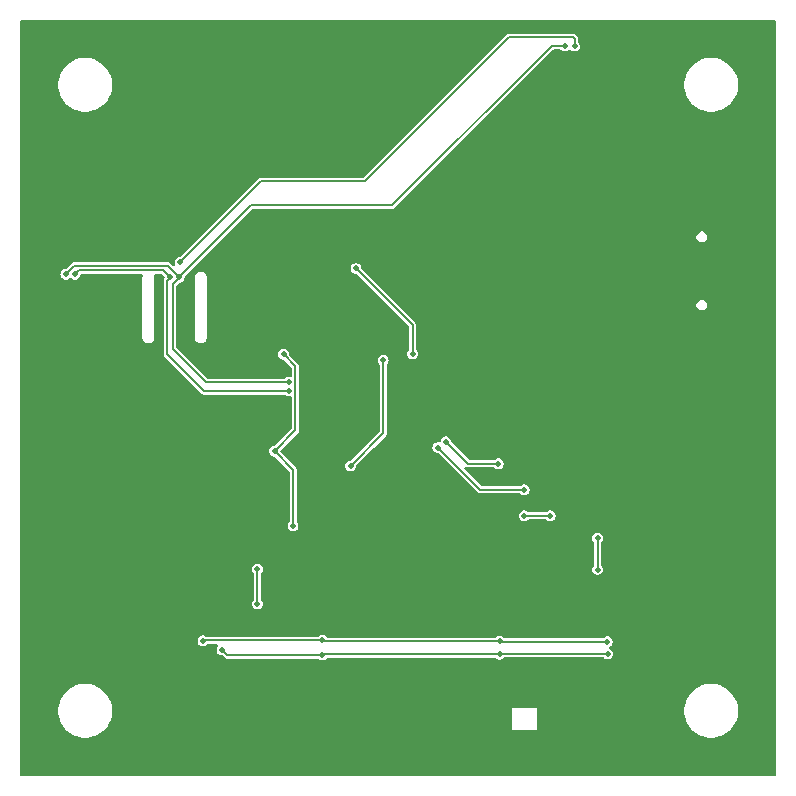
<source format=gbr>
%TF.GenerationSoftware,KiCad,Pcbnew,8.0.4*%
%TF.CreationDate,2024-10-29T22:25:36-05:00*%
%TF.ProjectId,flight-computer-lite,666c6967-6874-42d6-936f-6d7075746572,rev?*%
%TF.SameCoordinates,PX1312d00PY1312d00*%
%TF.FileFunction,Copper,L2,Bot*%
%TF.FilePolarity,Positive*%
%FSLAX46Y46*%
G04 Gerber Fmt 4.6, Leading zero omitted, Abs format (unit mm)*
G04 Created by KiCad (PCBNEW 8.0.4) date 2024-10-29 22:25:36*
%MOMM*%
%LPD*%
G01*
G04 APERTURE LIST*
%TA.AperFunction,ViaPad*%
%ADD10C,0.508000*%
%TD*%
%TA.AperFunction,Conductor*%
%ADD11C,0.200000*%
%TD*%
G04 APERTURE END LIST*
D10*
%TO.N,/DAT0{slash}MISO*%
X43181000Y-42480000D03*
X45381000Y-42480000D03*
%TO.N,/SD_CLK*%
X43181000Y-40280000D03*
X35869418Y-36700000D03*
%TO.N,/CMD{slash}MOSI*%
X36550000Y-36200000D03*
X40981000Y-38080000D03*
%TO.N,/I2C Bus 2/I2C_2_SCL*%
X15986000Y-53059500D03*
X26096000Y-53027000D03*
X50212500Y-53145500D03*
X41101000Y-53102000D03*
%TO.N,/I2C Bus 2/I2C_2_SDA*%
X20592000Y-49913814D03*
X41101000Y-54202000D03*
X26096000Y-54277000D03*
X17585500Y-53809000D03*
X50237500Y-54158000D03*
X20592000Y-46993814D03*
%TO.N,/I2C Bus 1/I2C_1_SDA*%
X23257500Y-31175000D03*
X46640000Y-2700000D03*
X4375000Y-22040000D03*
X13960000Y-22300000D03*
%TO.N,/I2C Bus 1/I2C_1_SCL*%
X23257500Y-31925000D03*
X5125000Y-22040000D03*
X14050000Y-21000000D03*
X47440401Y-2709599D03*
X13210000Y-22300000D03*
%TO.N,+3V3*%
X22808000Y-28800000D03*
X23607000Y-43335000D03*
X49400000Y-47030000D03*
X49400000Y-44380000D03*
X33733000Y-28750000D03*
X28932500Y-21540000D03*
X22052000Y-37010000D03*
%TO.N,GND*%
X8950000Y-26725000D03*
X8000000Y-26725000D03*
X8950000Y-25975000D03*
X29250500Y-6725500D03*
X20012000Y-12719000D03*
X26672400Y-35521000D03*
X26672400Y-31279000D03*
X30066000Y-32127400D03*
X8000000Y-25975000D03*
X25824000Y-32127400D03*
X25101000Y-58677000D03*
X62700000Y-46730000D03*
X30000500Y-6725500D03*
X27520800Y-35521000D03*
X20012000Y-11969000D03*
X30571500Y-43099500D03*
X18061000Y-57657000D03*
X63150000Y-30580000D03*
X29903750Y-35396250D03*
X37801000Y-58602000D03*
X37801000Y-60802000D03*
X34701000Y-45404000D03*
X54990000Y-26200000D03*
X20012000Y-2361500D03*
X50490000Y-6968000D03*
X25824000Y-32975800D03*
X30000500Y-8425500D03*
X44687000Y-52163000D03*
X46700000Y-41380000D03*
X14735000Y-27400000D03*
X20058000Y-34750000D03*
X19062000Y-2361500D03*
X52350000Y-44220000D03*
X53440000Y-17150000D03*
X28369200Y-35521000D03*
X20762000Y-11969000D03*
X13065000Y-42300000D03*
X20762000Y-2361500D03*
X29250500Y-8425500D03*
X54990000Y-17175000D03*
X13985000Y-28150000D03*
X13985000Y-27400000D03*
X29250500Y-9175500D03*
X17540000Y-33000000D03*
X7250000Y-26725000D03*
X20058000Y-30025000D03*
X31601000Y-52002000D03*
X32782500Y-28275000D03*
X5340000Y-41775000D03*
X30066000Y-33824200D03*
X9700000Y-26725000D03*
X21021000Y-56252000D03*
X13065000Y-46425000D03*
X53765000Y-18350000D03*
X29217600Y-35400000D03*
X29250500Y-7475500D03*
X25101000Y-60377000D03*
X25824000Y-33824200D03*
X43151000Y-62452000D03*
X25824000Y-31279000D03*
X28932500Y-19990000D03*
X30000500Y-9175500D03*
X43151000Y-56952000D03*
X25824000Y-35521000D03*
X9700000Y-25975000D03*
X46700000Y-34330000D03*
X46387000Y-52163000D03*
X30066000Y-31279000D03*
X35708000Y-31675000D03*
X35708000Y-29975000D03*
X17364238Y-37314238D03*
X26482500Y-23990000D03*
X20762000Y-12719000D03*
X27520800Y-31279000D03*
X12411000Y-53682000D03*
X18312000Y-2361500D03*
X28369200Y-31279000D03*
X14735000Y-28150000D03*
X29217600Y-31279000D03*
X48840000Y-11625000D03*
X30000500Y-7475500D03*
X35651000Y-46404000D03*
X33751000Y-46404000D03*
X25824000Y-34672600D03*
X48790000Y-6968000D03*
X29111500Y-43099500D03*
X7250000Y-25975000D03*
X29950000Y-34672600D03*
X27557000Y-43335000D03*
X30066000Y-32975800D03*
X35958000Y-34375000D03*
X50282500Y-51733000D03*
X46700000Y-44530000D03*
X53765000Y-25050000D03*
%TO.N,+1V1*%
X28482500Y-38260500D03*
X31232500Y-29312500D03*
%TD*%
D11*
%TO.N,/DAT0{slash}MISO*%
X43181000Y-42480000D02*
X45381000Y-42480000D01*
%TO.N,/SD_CLK*%
X39449418Y-40280000D02*
X43181000Y-40280000D01*
X35869418Y-36700000D02*
X39449418Y-40280000D01*
%TO.N,/CMD{slash}MOSI*%
X36550000Y-36200000D02*
X38430000Y-38080000D01*
X38430000Y-38080000D02*
X40981000Y-38080000D01*
%TO.N,/I2C Bus 2/I2C_2_SCL*%
X41144500Y-53145500D02*
X41101000Y-53102000D01*
X26171000Y-53102000D02*
X26096000Y-53027000D01*
X16018500Y-53027000D02*
X15986000Y-53059500D01*
X50212500Y-53145500D02*
X41144500Y-53145500D01*
X26096000Y-53027000D02*
X16018500Y-53027000D01*
X41101000Y-53102000D02*
X26171000Y-53102000D01*
%TO.N,/I2C Bus 2/I2C_2_SDA*%
X50237500Y-54158000D02*
X41145000Y-54158000D01*
X41145000Y-54158000D02*
X41101000Y-54202000D01*
X26171000Y-54202000D02*
X26096000Y-54277000D01*
X20592000Y-46993814D02*
X20592000Y-49913814D01*
X26096000Y-54277000D02*
X18053500Y-54277000D01*
X18053500Y-54277000D02*
X17585500Y-53809000D01*
X41101000Y-54202000D02*
X26171000Y-54202000D01*
%TO.N,/I2C Bus 1/I2C_1_SDA*%
X13960000Y-22300000D02*
X13960000Y-22266525D01*
X45500000Y-2700000D02*
X32000000Y-16200000D01*
X5060000Y-21310000D02*
X4375000Y-21995000D01*
X4375000Y-22040000D02*
X4375000Y-21995000D01*
X13960000Y-22300000D02*
X13960000Y-22333475D01*
X13960000Y-22266525D02*
X13003475Y-21310000D01*
X32000000Y-16200000D02*
X20060000Y-16200000D01*
X13003475Y-21310000D02*
X5060000Y-21310000D01*
X13431000Y-28379475D02*
X16226525Y-31175000D01*
X20060000Y-16200000D02*
X13960000Y-22300000D01*
X16226525Y-31175000D02*
X23257500Y-31175000D01*
X46640000Y-2700000D02*
X45500000Y-2700000D01*
X13960000Y-22333475D02*
X13431000Y-22862475D01*
X13431000Y-22862475D02*
X13431000Y-28379475D01*
%TO.N,/I2C Bus 1/I2C_1_SCL*%
X13220000Y-22310000D02*
X12950000Y-22580000D01*
X12620000Y-21710000D02*
X5455000Y-21710000D01*
X47440401Y-2090401D02*
X47300000Y-1950000D01*
X29675000Y-14175000D02*
X20875000Y-14175000D01*
X12950000Y-28790000D02*
X16085000Y-31925000D01*
X12950000Y-22580000D02*
X12950000Y-28790000D01*
X5125000Y-22040000D02*
X5125000Y-22073475D01*
X47300000Y-1950000D02*
X41900000Y-1950000D01*
X5455000Y-21710000D02*
X5125000Y-22040000D01*
X13210000Y-22300000D02*
X13220000Y-22310000D01*
X41900000Y-1950000D02*
X29675000Y-14175000D01*
X47440401Y-2709599D02*
X47440401Y-2090401D01*
X20875000Y-14175000D02*
X14050000Y-21000000D01*
X13210000Y-22300000D02*
X12620000Y-21710000D01*
X16085000Y-31925000D02*
X23257500Y-31925000D01*
%TO.N,+3V3*%
X49400000Y-47030000D02*
X49400000Y-44380000D01*
X22052000Y-37010000D02*
X23607000Y-38565000D01*
X33733000Y-26340500D02*
X33733000Y-28750000D01*
X23811500Y-35250500D02*
X22052000Y-37010000D01*
X23811500Y-29803500D02*
X23811500Y-35250500D01*
X22808000Y-28800000D02*
X23811500Y-29803500D01*
X23607000Y-38565000D02*
X23607000Y-43335000D01*
X28932500Y-21540000D02*
X33733000Y-26340500D01*
%TO.N,+1V1*%
X31232500Y-35510500D02*
X31232500Y-29312500D01*
X28482500Y-38260500D02*
X31232500Y-35510500D01*
%TD*%
%TA.AperFunction,Conductor*%
%TO.N,GND*%
G36*
X64442539Y-520185D02*
G01*
X64488294Y-572989D01*
X64499500Y-624500D01*
X64499500Y-64375500D01*
X64479815Y-64442539D01*
X64427011Y-64488294D01*
X64375500Y-64499500D01*
X624500Y-64499500D01*
X557461Y-64479815D01*
X511706Y-64427011D01*
X500500Y-64375500D01*
X500500Y-58850724D01*
X3722500Y-58850724D01*
X3722500Y-59149275D01*
X3761467Y-59445268D01*
X3838740Y-59733653D01*
X3952987Y-60009470D01*
X3952992Y-60009481D01*
X4102260Y-60268018D01*
X4102271Y-60268034D01*
X4284009Y-60504880D01*
X4284015Y-60504887D01*
X4495112Y-60715984D01*
X4495118Y-60715989D01*
X4731974Y-60897735D01*
X4731981Y-60897739D01*
X4990518Y-61047007D01*
X4990523Y-61047009D01*
X4990526Y-61047011D01*
X5266351Y-61161261D01*
X5554728Y-61238532D01*
X5776725Y-61267758D01*
X5850724Y-61277500D01*
X5850725Y-61277500D01*
X6149276Y-61277500D01*
X6208474Y-61269706D01*
X6445272Y-61238532D01*
X6733649Y-61161261D01*
X7009474Y-61047011D01*
X7268026Y-60897735D01*
X7504882Y-60715989D01*
X7568871Y-60652000D01*
X42161000Y-60652000D01*
X44251000Y-60652000D01*
X44251000Y-58850724D01*
X56722500Y-58850724D01*
X56722500Y-59149275D01*
X56761467Y-59445268D01*
X56838740Y-59733653D01*
X56952987Y-60009470D01*
X56952992Y-60009481D01*
X57102260Y-60268018D01*
X57102271Y-60268034D01*
X57284009Y-60504880D01*
X57284015Y-60504887D01*
X57495112Y-60715984D01*
X57495118Y-60715989D01*
X57731974Y-60897735D01*
X57731981Y-60897739D01*
X57990518Y-61047007D01*
X57990523Y-61047009D01*
X57990526Y-61047011D01*
X58266351Y-61161261D01*
X58554728Y-61238532D01*
X58776725Y-61267758D01*
X58850724Y-61277500D01*
X58850725Y-61277500D01*
X59149276Y-61277500D01*
X59208474Y-61269706D01*
X59445272Y-61238532D01*
X59733649Y-61161261D01*
X60009474Y-61047011D01*
X60268026Y-60897735D01*
X60504882Y-60715989D01*
X60715989Y-60504882D01*
X60897735Y-60268026D01*
X61047011Y-60009474D01*
X61161261Y-59733649D01*
X61238532Y-59445272D01*
X61277500Y-59149275D01*
X61277500Y-58850725D01*
X61238532Y-58554728D01*
X61161261Y-58266351D01*
X61047011Y-57990526D01*
X61047009Y-57990523D01*
X61047007Y-57990518D01*
X60897739Y-57731981D01*
X60897735Y-57731974D01*
X60715989Y-57495118D01*
X60715984Y-57495112D01*
X60504887Y-57284015D01*
X60504880Y-57284009D01*
X60268034Y-57102271D01*
X60268032Y-57102269D01*
X60268026Y-57102265D01*
X60268021Y-57102262D01*
X60268018Y-57102260D01*
X60009481Y-56952992D01*
X60009470Y-56952987D01*
X59733653Y-56838740D01*
X59445268Y-56761467D01*
X59149276Y-56722500D01*
X59149275Y-56722500D01*
X58850725Y-56722500D01*
X58850724Y-56722500D01*
X58554731Y-56761467D01*
X58266346Y-56838740D01*
X57990529Y-56952987D01*
X57990518Y-56952992D01*
X57731981Y-57102260D01*
X57731965Y-57102271D01*
X57495119Y-57284009D01*
X57495112Y-57284015D01*
X57284015Y-57495112D01*
X57284009Y-57495119D01*
X57102271Y-57731965D01*
X57102260Y-57731981D01*
X56952992Y-57990518D01*
X56952987Y-57990529D01*
X56838740Y-58266346D01*
X56761467Y-58554731D01*
X56722500Y-58850724D01*
X44251000Y-58850724D01*
X44251000Y-58752000D01*
X42161000Y-58752000D01*
X42161000Y-60652000D01*
X7568871Y-60652000D01*
X7715989Y-60504882D01*
X7897735Y-60268026D01*
X8047011Y-60009474D01*
X8161261Y-59733649D01*
X8238532Y-59445272D01*
X8277500Y-59149275D01*
X8277500Y-58850725D01*
X8238532Y-58554728D01*
X8161261Y-58266351D01*
X8047011Y-57990526D01*
X8047009Y-57990523D01*
X8047007Y-57990518D01*
X7897739Y-57731981D01*
X7897735Y-57731974D01*
X7715989Y-57495118D01*
X7715984Y-57495112D01*
X7504887Y-57284015D01*
X7504880Y-57284009D01*
X7268034Y-57102271D01*
X7268032Y-57102269D01*
X7268026Y-57102265D01*
X7268021Y-57102262D01*
X7268018Y-57102260D01*
X7009481Y-56952992D01*
X7009470Y-56952987D01*
X6733653Y-56838740D01*
X6445268Y-56761467D01*
X6149276Y-56722500D01*
X6149275Y-56722500D01*
X5850725Y-56722500D01*
X5850724Y-56722500D01*
X5554731Y-56761467D01*
X5266346Y-56838740D01*
X4990529Y-56952987D01*
X4990518Y-56952992D01*
X4731981Y-57102260D01*
X4731965Y-57102271D01*
X4495119Y-57284009D01*
X4495112Y-57284015D01*
X4284015Y-57495112D01*
X4284009Y-57495119D01*
X4102271Y-57731965D01*
X4102260Y-57731981D01*
X3952992Y-57990518D01*
X3952987Y-57990529D01*
X3838740Y-58266346D01*
X3761467Y-58554731D01*
X3722500Y-58850724D01*
X500500Y-58850724D01*
X500500Y-53059500D01*
X15526826Y-53059500D01*
X15545425Y-53188862D01*
X15545426Y-53188867D01*
X15599717Y-53307746D01*
X15599718Y-53307748D01*
X15685305Y-53406521D01*
X15795252Y-53477179D01*
X15795254Y-53477179D01*
X15795255Y-53477180D01*
X15920652Y-53514000D01*
X15920653Y-53514000D01*
X16051347Y-53514000D01*
X16176748Y-53477179D01*
X16286695Y-53406521D01*
X16318083Y-53370296D01*
X16376862Y-53332523D01*
X16411796Y-53327500D01*
X17129810Y-53327500D01*
X17196849Y-53347185D01*
X17242604Y-53399989D01*
X17252548Y-53469147D01*
X17223523Y-53532701D01*
X17213833Y-53543884D01*
X17199219Y-53560750D01*
X17199217Y-53560753D01*
X17144926Y-53679632D01*
X17144925Y-53679637D01*
X17126326Y-53809000D01*
X17144925Y-53938362D01*
X17144926Y-53938367D01*
X17186151Y-54028636D01*
X17199218Y-54057248D01*
X17284805Y-54156021D01*
X17394752Y-54226679D01*
X17394754Y-54226679D01*
X17394755Y-54226680D01*
X17520152Y-54263500D01*
X17520153Y-54263500D01*
X17563667Y-54263500D01*
X17630706Y-54283185D01*
X17651348Y-54299819D01*
X17813040Y-54461511D01*
X17868989Y-54517460D01*
X17868991Y-54517461D01*
X17868995Y-54517464D01*
X17937504Y-54557017D01*
X17937511Y-54557021D01*
X18013938Y-54577500D01*
X18093062Y-54577500D01*
X25698365Y-54577500D01*
X25765404Y-54597185D01*
X25792078Y-54620298D01*
X25795300Y-54624016D01*
X25795302Y-54624017D01*
X25795305Y-54624021D01*
X25905252Y-54694679D01*
X25905254Y-54694679D01*
X25905255Y-54694680D01*
X26030652Y-54731500D01*
X26030653Y-54731500D01*
X26161347Y-54731500D01*
X26286748Y-54694679D01*
X26396695Y-54624021D01*
X26464910Y-54545296D01*
X26523687Y-54507523D01*
X26558622Y-54502500D01*
X40703365Y-54502500D01*
X40770404Y-54522185D01*
X40797078Y-54545298D01*
X40800300Y-54549016D01*
X40800302Y-54549017D01*
X40800305Y-54549021D01*
X40910252Y-54619679D01*
X40910254Y-54619679D01*
X40910255Y-54619680D01*
X41035652Y-54656500D01*
X41035653Y-54656500D01*
X41166347Y-54656500D01*
X41291748Y-54619679D01*
X41401695Y-54549021D01*
X41418657Y-54529445D01*
X41443049Y-54501297D01*
X41501827Y-54463523D01*
X41536761Y-54458500D01*
X49839865Y-54458500D01*
X49906904Y-54478185D01*
X49933578Y-54501298D01*
X49936800Y-54505016D01*
X49936802Y-54505017D01*
X49936805Y-54505021D01*
X50046752Y-54575679D01*
X50046754Y-54575679D01*
X50046755Y-54575680D01*
X50172152Y-54612500D01*
X50172153Y-54612500D01*
X50302847Y-54612500D01*
X50428248Y-54575679D01*
X50538195Y-54505021D01*
X50623782Y-54406248D01*
X50678074Y-54287364D01*
X50696674Y-54158000D01*
X50678074Y-54028636D01*
X50678073Y-54028635D01*
X50678073Y-54028632D01*
X50636850Y-53938367D01*
X50623782Y-53909752D01*
X50538195Y-53810979D01*
X50440245Y-53748031D01*
X50394491Y-53695228D01*
X50384547Y-53626070D01*
X50413572Y-53562514D01*
X50440240Y-53539405D01*
X50513195Y-53492521D01*
X50598782Y-53393748D01*
X50653074Y-53274864D01*
X50671674Y-53145500D01*
X50653074Y-53016136D01*
X50653073Y-53016135D01*
X50653073Y-53016132D01*
X50598782Y-52897253D01*
X50598782Y-52897252D01*
X50513195Y-52798479D01*
X50403248Y-52727821D01*
X50403246Y-52727820D01*
X50403244Y-52727819D01*
X50277848Y-52691000D01*
X50277847Y-52691000D01*
X50147153Y-52691000D01*
X50147152Y-52691000D01*
X50021755Y-52727819D01*
X49911805Y-52798479D01*
X49911800Y-52798483D01*
X49908578Y-52802202D01*
X49849800Y-52839977D01*
X49814865Y-52845000D01*
X41536327Y-52845000D01*
X41469288Y-52825315D01*
X41442614Y-52802203D01*
X41401695Y-52754979D01*
X41291748Y-52684321D01*
X41291746Y-52684320D01*
X41291744Y-52684319D01*
X41166348Y-52647500D01*
X41166347Y-52647500D01*
X41035653Y-52647500D01*
X41035652Y-52647500D01*
X40910255Y-52684319D01*
X40800305Y-52754979D01*
X40800300Y-52754983D01*
X40797078Y-52758702D01*
X40738300Y-52796477D01*
X40703365Y-52801500D01*
X26558622Y-52801500D01*
X26491583Y-52781815D01*
X26464911Y-52758704D01*
X26396695Y-52679979D01*
X26286748Y-52609321D01*
X26286746Y-52609320D01*
X26286744Y-52609319D01*
X26161348Y-52572500D01*
X26161347Y-52572500D01*
X26030653Y-52572500D01*
X26030652Y-52572500D01*
X25905255Y-52609319D01*
X25795305Y-52679979D01*
X25795300Y-52679983D01*
X25792078Y-52683702D01*
X25733300Y-52721477D01*
X25698365Y-52726500D01*
X16344922Y-52726500D01*
X16277883Y-52706816D01*
X16176748Y-52641821D01*
X16176746Y-52641820D01*
X16176744Y-52641819D01*
X16051348Y-52605000D01*
X16051347Y-52605000D01*
X15920653Y-52605000D01*
X15920652Y-52605000D01*
X15795255Y-52641819D01*
X15685306Y-52712478D01*
X15599719Y-52811250D01*
X15599717Y-52811253D01*
X15545426Y-52930132D01*
X15545425Y-52930137D01*
X15526826Y-53059500D01*
X500500Y-53059500D01*
X500500Y-46993814D01*
X20132826Y-46993814D01*
X20151425Y-47123176D01*
X20151426Y-47123181D01*
X20205717Y-47242060D01*
X20205718Y-47242062D01*
X20261213Y-47306107D01*
X20290238Y-47369662D01*
X20291500Y-47387309D01*
X20291500Y-49520318D01*
X20271815Y-49587357D01*
X20261213Y-49601520D01*
X20205722Y-49665560D01*
X20205717Y-49665567D01*
X20151426Y-49784446D01*
X20151425Y-49784451D01*
X20132826Y-49913814D01*
X20151425Y-50043176D01*
X20151426Y-50043181D01*
X20205717Y-50162060D01*
X20205718Y-50162062D01*
X20291305Y-50260835D01*
X20401252Y-50331493D01*
X20401254Y-50331493D01*
X20401255Y-50331494D01*
X20526652Y-50368314D01*
X20526653Y-50368314D01*
X20657347Y-50368314D01*
X20782748Y-50331493D01*
X20892695Y-50260835D01*
X20978282Y-50162062D01*
X21032574Y-50043178D01*
X21051174Y-49913814D01*
X21032574Y-49784450D01*
X21032573Y-49784449D01*
X21032573Y-49784446D01*
X20978282Y-49665567D01*
X20978282Y-49665566D01*
X20978277Y-49665560D01*
X20922787Y-49601520D01*
X20893762Y-49537965D01*
X20892500Y-49520318D01*
X20892500Y-47387309D01*
X20912185Y-47320270D01*
X20922782Y-47306112D01*
X20978282Y-47242062D01*
X21032574Y-47123178D01*
X21051174Y-46993814D01*
X21032574Y-46864450D01*
X21032573Y-46864449D01*
X21032573Y-46864446D01*
X20978282Y-46745567D01*
X20978282Y-46745566D01*
X20892695Y-46646793D01*
X20782748Y-46576135D01*
X20782746Y-46576134D01*
X20782744Y-46576133D01*
X20657348Y-46539314D01*
X20657347Y-46539314D01*
X20526653Y-46539314D01*
X20526652Y-46539314D01*
X20401255Y-46576133D01*
X20291306Y-46646792D01*
X20205719Y-46745564D01*
X20205717Y-46745567D01*
X20151426Y-46864446D01*
X20151425Y-46864451D01*
X20132826Y-46993814D01*
X500500Y-46993814D01*
X500500Y-44380000D01*
X48940826Y-44380000D01*
X48959425Y-44509362D01*
X48959426Y-44509367D01*
X49013717Y-44628246D01*
X49013718Y-44628248D01*
X49069213Y-44692293D01*
X49098238Y-44755848D01*
X49099500Y-44773495D01*
X49099500Y-46636504D01*
X49079815Y-46703543D01*
X49069213Y-46717706D01*
X49013722Y-46781746D01*
X49013717Y-46781753D01*
X48959426Y-46900632D01*
X48959425Y-46900637D01*
X48940826Y-47030000D01*
X48959425Y-47159362D01*
X48959426Y-47159367D01*
X48997193Y-47242063D01*
X49013718Y-47278248D01*
X49099305Y-47377021D01*
X49209252Y-47447679D01*
X49209254Y-47447679D01*
X49209255Y-47447680D01*
X49334652Y-47484500D01*
X49334653Y-47484500D01*
X49465347Y-47484500D01*
X49590748Y-47447679D01*
X49700695Y-47377021D01*
X49786282Y-47278248D01*
X49840574Y-47159364D01*
X49859174Y-47030000D01*
X49840574Y-46900636D01*
X49840573Y-46900635D01*
X49840573Y-46900632D01*
X49786282Y-46781753D01*
X49786282Y-46781752D01*
X49754927Y-46745566D01*
X49730787Y-46717706D01*
X49701762Y-46654151D01*
X49700500Y-46636504D01*
X49700500Y-44773495D01*
X49720185Y-44706456D01*
X49730782Y-44692298D01*
X49786282Y-44628248D01*
X49840574Y-44509364D01*
X49859174Y-44380000D01*
X49840574Y-44250636D01*
X49840573Y-44250635D01*
X49840573Y-44250632D01*
X49786282Y-44131753D01*
X49786282Y-44131752D01*
X49700695Y-44032979D01*
X49590748Y-43962321D01*
X49590746Y-43962320D01*
X49590744Y-43962319D01*
X49465348Y-43925500D01*
X49465347Y-43925500D01*
X49334653Y-43925500D01*
X49334652Y-43925500D01*
X49209255Y-43962319D01*
X49099306Y-44032978D01*
X49013719Y-44131750D01*
X49013717Y-44131753D01*
X48959426Y-44250632D01*
X48959425Y-44250637D01*
X48940826Y-44380000D01*
X500500Y-44380000D01*
X500500Y-22040000D01*
X3915826Y-22040000D01*
X3934425Y-22169362D01*
X3934426Y-22169367D01*
X3980428Y-22270096D01*
X3988718Y-22288248D01*
X4074305Y-22387021D01*
X4184252Y-22457679D01*
X4184254Y-22457679D01*
X4184255Y-22457680D01*
X4309652Y-22494500D01*
X4309653Y-22494500D01*
X4440347Y-22494500D01*
X4565748Y-22457679D01*
X4675695Y-22387021D01*
X4675696Y-22387019D01*
X4682961Y-22382351D01*
X4750001Y-22362667D01*
X4817039Y-22382351D01*
X4824304Y-22387019D01*
X4824305Y-22387021D01*
X4934252Y-22457679D01*
X4934254Y-22457679D01*
X4934255Y-22457680D01*
X5059652Y-22494500D01*
X5059653Y-22494500D01*
X5190347Y-22494500D01*
X5315748Y-22457679D01*
X5425695Y-22387021D01*
X5511282Y-22288248D01*
X5565574Y-22169364D01*
X5573124Y-22116852D01*
X5602149Y-22053297D01*
X5660927Y-22015523D01*
X5695862Y-22010500D01*
X10760495Y-22010500D01*
X10827534Y-22030185D01*
X10873289Y-22082989D01*
X10883233Y-22152147D01*
X10880270Y-22166591D01*
X10879527Y-22169367D01*
X10859500Y-22244108D01*
X10859500Y-27455891D01*
X10893608Y-27583187D01*
X10926554Y-27640250D01*
X10959500Y-27697314D01*
X11052686Y-27790500D01*
X11166814Y-27856392D01*
X11294108Y-27890500D01*
X11294110Y-27890500D01*
X11425890Y-27890500D01*
X11425892Y-27890500D01*
X11553186Y-27856392D01*
X11667314Y-27790500D01*
X11760500Y-27697314D01*
X11826392Y-27583186D01*
X11860500Y-27455892D01*
X11860500Y-22244108D01*
X11839730Y-22166592D01*
X11841393Y-22096743D01*
X11880556Y-22038881D01*
X11944784Y-22011377D01*
X11959505Y-22010500D01*
X12444167Y-22010500D01*
X12511206Y-22030185D01*
X12531848Y-22046819D01*
X12707347Y-22222318D01*
X12740832Y-22283641D01*
X12735848Y-22353333D01*
X12713427Y-22388225D01*
X12714488Y-22389039D01*
X12709539Y-22395488D01*
X12669982Y-22464004D01*
X12669979Y-22464009D01*
X12661809Y-22494500D01*
X12649500Y-22540438D01*
X12649500Y-28829562D01*
X12657120Y-28858000D01*
X12669979Y-28905990D01*
X12669980Y-28905991D01*
X12686446Y-28934511D01*
X12709540Y-28974511D01*
X15900489Y-32165460D01*
X15969012Y-32205022D01*
X16045438Y-32225500D01*
X22859865Y-32225500D01*
X22926904Y-32245185D01*
X22953578Y-32268298D01*
X22956800Y-32272016D01*
X22956802Y-32272017D01*
X22956805Y-32272021D01*
X23066752Y-32342679D01*
X23066754Y-32342679D01*
X23066755Y-32342680D01*
X23192152Y-32379500D01*
X23192153Y-32379500D01*
X23322847Y-32379500D01*
X23352065Y-32370921D01*
X23421935Y-32370921D01*
X23480713Y-32408695D01*
X23509738Y-32472251D01*
X23511000Y-32489898D01*
X23511000Y-35074667D01*
X23491315Y-35141706D01*
X23474681Y-35162348D01*
X22117848Y-36519181D01*
X22056525Y-36552666D01*
X22030167Y-36555500D01*
X21986652Y-36555500D01*
X21861255Y-36592319D01*
X21751306Y-36662978D01*
X21665719Y-36761750D01*
X21665717Y-36761753D01*
X21611426Y-36880632D01*
X21611425Y-36880637D01*
X21592826Y-37010000D01*
X21611425Y-37139362D01*
X21611426Y-37139367D01*
X21634924Y-37190819D01*
X21665718Y-37258248D01*
X21751305Y-37357021D01*
X21861252Y-37427679D01*
X21861254Y-37427679D01*
X21861255Y-37427680D01*
X21986652Y-37464500D01*
X21986653Y-37464500D01*
X22030167Y-37464500D01*
X22097206Y-37484185D01*
X22117848Y-37500819D01*
X23270181Y-38653152D01*
X23303666Y-38714475D01*
X23306500Y-38740833D01*
X23306500Y-42941504D01*
X23286815Y-43008543D01*
X23276213Y-43022706D01*
X23220722Y-43086746D01*
X23220717Y-43086753D01*
X23166426Y-43205632D01*
X23166425Y-43205637D01*
X23147826Y-43335000D01*
X23166425Y-43464362D01*
X23166426Y-43464367D01*
X23220717Y-43583246D01*
X23220718Y-43583248D01*
X23306305Y-43682021D01*
X23416252Y-43752679D01*
X23416254Y-43752679D01*
X23416255Y-43752680D01*
X23541652Y-43789500D01*
X23541653Y-43789500D01*
X23672347Y-43789500D01*
X23797748Y-43752679D01*
X23907695Y-43682021D01*
X23993282Y-43583248D01*
X24047574Y-43464364D01*
X24066174Y-43335000D01*
X24047574Y-43205636D01*
X24047573Y-43205635D01*
X24047573Y-43205632D01*
X23993282Y-43086753D01*
X23993282Y-43086752D01*
X23993277Y-43086746D01*
X23937787Y-43022706D01*
X23908762Y-42959151D01*
X23907500Y-42941504D01*
X23907500Y-42480000D01*
X42721826Y-42480000D01*
X42740425Y-42609362D01*
X42740426Y-42609367D01*
X42794717Y-42728246D01*
X42794718Y-42728248D01*
X42880305Y-42827021D01*
X42990252Y-42897679D01*
X42990254Y-42897679D01*
X42990255Y-42897680D01*
X43115652Y-42934500D01*
X43115653Y-42934500D01*
X43246347Y-42934500D01*
X43371748Y-42897679D01*
X43481695Y-42827021D01*
X43482517Y-42826071D01*
X43484922Y-42823298D01*
X43543700Y-42785523D01*
X43578635Y-42780500D01*
X44983365Y-42780500D01*
X45050404Y-42800185D01*
X45077078Y-42823298D01*
X45080300Y-42827016D01*
X45080302Y-42827017D01*
X45080305Y-42827021D01*
X45190252Y-42897679D01*
X45190254Y-42897679D01*
X45190255Y-42897680D01*
X45315652Y-42934500D01*
X45315653Y-42934500D01*
X45446347Y-42934500D01*
X45571748Y-42897679D01*
X45681695Y-42827021D01*
X45767282Y-42728248D01*
X45821574Y-42609364D01*
X45840174Y-42480000D01*
X45821574Y-42350636D01*
X45821573Y-42350635D01*
X45821573Y-42350632D01*
X45767282Y-42231753D01*
X45767282Y-42231752D01*
X45681695Y-42132979D01*
X45571748Y-42062321D01*
X45571746Y-42062320D01*
X45571744Y-42062319D01*
X45446348Y-42025500D01*
X45446347Y-42025500D01*
X45315653Y-42025500D01*
X45315652Y-42025500D01*
X45190255Y-42062319D01*
X45080305Y-42132979D01*
X45080300Y-42132983D01*
X45077078Y-42136702D01*
X45018300Y-42174477D01*
X44983365Y-42179500D01*
X43578635Y-42179500D01*
X43511596Y-42159815D01*
X43484922Y-42136702D01*
X43481699Y-42132983D01*
X43481697Y-42132981D01*
X43481695Y-42132979D01*
X43371748Y-42062321D01*
X43371746Y-42062320D01*
X43371744Y-42062319D01*
X43246348Y-42025500D01*
X43246347Y-42025500D01*
X43115653Y-42025500D01*
X43115652Y-42025500D01*
X42990255Y-42062319D01*
X42880306Y-42132978D01*
X42794719Y-42231750D01*
X42794717Y-42231753D01*
X42740426Y-42350632D01*
X42740425Y-42350637D01*
X42721826Y-42480000D01*
X23907500Y-42480000D01*
X23907500Y-38525439D01*
X23900062Y-38497680D01*
X23887021Y-38449011D01*
X23872176Y-38423298D01*
X23847464Y-38380495D01*
X23847458Y-38380487D01*
X23727471Y-38260500D01*
X28023326Y-38260500D01*
X28041925Y-38389862D01*
X28041926Y-38389867D01*
X28091163Y-38497679D01*
X28096218Y-38508748D01*
X28181805Y-38607521D01*
X28291752Y-38678179D01*
X28291754Y-38678179D01*
X28291755Y-38678180D01*
X28417152Y-38715000D01*
X28417153Y-38715000D01*
X28547847Y-38715000D01*
X28673248Y-38678179D01*
X28783195Y-38607521D01*
X28868782Y-38508748D01*
X28923074Y-38389864D01*
X28941544Y-38261400D01*
X28970567Y-38197848D01*
X28976586Y-38191383D01*
X30467970Y-36700000D01*
X35410244Y-36700000D01*
X35428843Y-36829362D01*
X35428844Y-36829367D01*
X35452259Y-36880637D01*
X35483136Y-36948248D01*
X35568723Y-37047021D01*
X35678670Y-37117679D01*
X35678672Y-37117679D01*
X35678673Y-37117680D01*
X35804070Y-37154500D01*
X35804071Y-37154500D01*
X35847585Y-37154500D01*
X35914624Y-37174185D01*
X35935266Y-37190819D01*
X39264907Y-40520460D01*
X39333430Y-40560022D01*
X39409856Y-40580500D01*
X39488980Y-40580500D01*
X42783365Y-40580500D01*
X42850404Y-40600185D01*
X42877078Y-40623298D01*
X42880300Y-40627016D01*
X42880302Y-40627017D01*
X42880305Y-40627021D01*
X42990252Y-40697679D01*
X42990254Y-40697679D01*
X42990255Y-40697680D01*
X43115652Y-40734500D01*
X43115653Y-40734500D01*
X43246347Y-40734500D01*
X43371748Y-40697679D01*
X43481695Y-40627021D01*
X43567282Y-40528248D01*
X43621574Y-40409364D01*
X43640174Y-40280000D01*
X43621574Y-40150636D01*
X43621573Y-40150635D01*
X43621573Y-40150632D01*
X43567282Y-40031753D01*
X43567282Y-40031752D01*
X43481695Y-39932979D01*
X43371748Y-39862321D01*
X43371746Y-39862320D01*
X43371744Y-39862319D01*
X43246348Y-39825500D01*
X43246347Y-39825500D01*
X43115653Y-39825500D01*
X43115652Y-39825500D01*
X42990255Y-39862319D01*
X42880305Y-39932979D01*
X42880300Y-39932983D01*
X42877078Y-39936702D01*
X42818300Y-39974477D01*
X42783365Y-39979500D01*
X39625251Y-39979500D01*
X39558212Y-39959815D01*
X39537570Y-39943181D01*
X38129190Y-38534801D01*
X38095705Y-38473478D01*
X38100689Y-38403786D01*
X38142561Y-38347853D01*
X38208025Y-38323436D01*
X38276298Y-38338288D01*
X38278870Y-38339732D01*
X38314011Y-38360021D01*
X38390438Y-38380500D01*
X40583365Y-38380500D01*
X40650404Y-38400185D01*
X40677078Y-38423298D01*
X40680300Y-38427016D01*
X40680302Y-38427017D01*
X40680305Y-38427021D01*
X40790252Y-38497679D01*
X40790254Y-38497679D01*
X40790255Y-38497680D01*
X40915652Y-38534500D01*
X40915653Y-38534500D01*
X41046347Y-38534500D01*
X41171748Y-38497679D01*
X41281695Y-38427021D01*
X41367282Y-38328248D01*
X41421574Y-38209364D01*
X41440174Y-38080000D01*
X41421574Y-37950636D01*
X41421573Y-37950635D01*
X41421573Y-37950632D01*
X41367282Y-37831753D01*
X41367282Y-37831752D01*
X41281695Y-37732979D01*
X41171748Y-37662321D01*
X41171746Y-37662320D01*
X41171744Y-37662319D01*
X41046348Y-37625500D01*
X41046347Y-37625500D01*
X40915653Y-37625500D01*
X40915652Y-37625500D01*
X40790255Y-37662319D01*
X40680305Y-37732979D01*
X40680300Y-37732983D01*
X40677078Y-37736702D01*
X40618300Y-37774477D01*
X40583365Y-37779500D01*
X38605833Y-37779500D01*
X38538794Y-37759815D01*
X38518152Y-37743181D01*
X37044100Y-36269129D01*
X37010615Y-36207806D01*
X37009046Y-36199114D01*
X36990574Y-36070636D01*
X36990573Y-36070635D01*
X36990573Y-36070632D01*
X36936282Y-35951753D01*
X36936282Y-35951752D01*
X36850695Y-35852979D01*
X36740748Y-35782321D01*
X36740746Y-35782320D01*
X36740744Y-35782319D01*
X36615348Y-35745500D01*
X36615347Y-35745500D01*
X36484653Y-35745500D01*
X36484652Y-35745500D01*
X36359255Y-35782319D01*
X36249306Y-35852978D01*
X36163719Y-35951750D01*
X36163717Y-35951753D01*
X36109426Y-36070632D01*
X36109425Y-36070636D01*
X36098593Y-36145978D01*
X36069567Y-36209533D01*
X36010789Y-36247307D01*
X35940920Y-36247307D01*
X35934766Y-36245500D01*
X35934765Y-36245500D01*
X35804071Y-36245500D01*
X35804070Y-36245500D01*
X35678673Y-36282319D01*
X35568724Y-36352978D01*
X35483137Y-36451750D01*
X35483135Y-36451753D01*
X35428844Y-36570632D01*
X35428843Y-36570637D01*
X35410244Y-36700000D01*
X30467970Y-36700000D01*
X31472960Y-35695011D01*
X31512521Y-35626489D01*
X31533000Y-35550062D01*
X31533000Y-29705995D01*
X31552685Y-29638956D01*
X31563282Y-29624798D01*
X31618782Y-29560748D01*
X31673074Y-29441864D01*
X31691674Y-29312500D01*
X31673074Y-29183136D01*
X31673073Y-29183135D01*
X31673073Y-29183132D01*
X31618782Y-29064253D01*
X31618782Y-29064252D01*
X31533195Y-28965479D01*
X31423248Y-28894821D01*
X31423246Y-28894820D01*
X31423244Y-28894819D01*
X31297848Y-28858000D01*
X31297847Y-28858000D01*
X31167153Y-28858000D01*
X31167152Y-28858000D01*
X31041755Y-28894819D01*
X30931806Y-28965478D01*
X30846219Y-29064250D01*
X30846217Y-29064253D01*
X30791926Y-29183132D01*
X30791925Y-29183137D01*
X30773326Y-29312500D01*
X30791925Y-29441862D01*
X30791926Y-29441867D01*
X30846217Y-29560746D01*
X30846218Y-29560748D01*
X30901713Y-29624793D01*
X30930738Y-29688348D01*
X30932000Y-29705995D01*
X30932000Y-35334667D01*
X30912315Y-35401706D01*
X30895681Y-35422348D01*
X28548348Y-37769681D01*
X28487025Y-37803166D01*
X28460667Y-37806000D01*
X28417152Y-37806000D01*
X28291755Y-37842819D01*
X28181806Y-37913478D01*
X28096219Y-38012250D01*
X28096217Y-38012253D01*
X28041926Y-38131132D01*
X28041925Y-38131137D01*
X28023326Y-38260500D01*
X23727471Y-38260500D01*
X22564651Y-37097680D01*
X22531166Y-37036357D01*
X22536150Y-36966665D01*
X22564649Y-36922320D01*
X24051960Y-35435011D01*
X24091522Y-35366488D01*
X24112000Y-35290062D01*
X24112000Y-35210938D01*
X24112000Y-29763938D01*
X24091521Y-29687511D01*
X24063488Y-29638956D01*
X24051964Y-29618995D01*
X24051958Y-29618987D01*
X23302100Y-28869129D01*
X23268615Y-28807806D01*
X23267046Y-28799114D01*
X23248574Y-28670636D01*
X23248573Y-28670635D01*
X23248573Y-28670632D01*
X23194282Y-28551753D01*
X23194282Y-28551752D01*
X23108695Y-28452979D01*
X22998748Y-28382321D01*
X22998746Y-28382320D01*
X22998744Y-28382319D01*
X22873348Y-28345500D01*
X22873347Y-28345500D01*
X22742653Y-28345500D01*
X22742652Y-28345500D01*
X22617255Y-28382319D01*
X22507306Y-28452978D01*
X22421719Y-28551750D01*
X22421717Y-28551753D01*
X22367426Y-28670632D01*
X22367425Y-28670637D01*
X22348826Y-28800000D01*
X22367425Y-28929362D01*
X22367426Y-28929367D01*
X22398884Y-28998249D01*
X22421718Y-29048248D01*
X22507305Y-29147021D01*
X22617252Y-29217679D01*
X22617254Y-29217679D01*
X22617255Y-29217680D01*
X22742652Y-29254500D01*
X22742653Y-29254500D01*
X22786167Y-29254500D01*
X22853206Y-29274185D01*
X22873848Y-29290819D01*
X23474681Y-29891652D01*
X23508166Y-29952975D01*
X23511000Y-29979333D01*
X23511000Y-30610101D01*
X23491315Y-30677140D01*
X23438511Y-30722895D01*
X23369353Y-30732839D01*
X23352068Y-30729079D01*
X23322848Y-30720500D01*
X23322847Y-30720500D01*
X23192153Y-30720500D01*
X23192152Y-30720500D01*
X23066755Y-30757319D01*
X22956805Y-30827979D01*
X22956800Y-30827983D01*
X22953578Y-30831702D01*
X22894800Y-30869477D01*
X22859865Y-30874500D01*
X16402358Y-30874500D01*
X16335319Y-30854815D01*
X16314677Y-30838181D01*
X13767819Y-28291323D01*
X13734334Y-28230000D01*
X13731500Y-28203642D01*
X13731500Y-23038308D01*
X13751185Y-22971269D01*
X13767819Y-22950627D01*
X13927627Y-22790819D01*
X13988950Y-22757334D01*
X14015308Y-22754500D01*
X14025347Y-22754500D01*
X14150748Y-22717679D01*
X14260695Y-22647021D01*
X14346282Y-22548248D01*
X14400574Y-22429364D01*
X14419044Y-22300900D01*
X14444980Y-22244108D01*
X15309500Y-22244108D01*
X15309500Y-27455891D01*
X15343608Y-27583187D01*
X15376554Y-27640250D01*
X15409500Y-27697314D01*
X15502686Y-27790500D01*
X15616814Y-27856392D01*
X15744108Y-27890500D01*
X15744110Y-27890500D01*
X15875890Y-27890500D01*
X15875892Y-27890500D01*
X16003186Y-27856392D01*
X16117314Y-27790500D01*
X16210500Y-27697314D01*
X16276392Y-27583186D01*
X16310500Y-27455892D01*
X16310500Y-22244108D01*
X16276392Y-22116814D01*
X16210500Y-22002686D01*
X16117314Y-21909500D01*
X16060250Y-21876554D01*
X16003187Y-21843608D01*
X15939539Y-21826554D01*
X15875892Y-21809500D01*
X15744108Y-21809500D01*
X15616812Y-21843608D01*
X15502686Y-21909500D01*
X15502683Y-21909502D01*
X15409502Y-22002683D01*
X15409500Y-22002686D01*
X15343608Y-22116812D01*
X15309500Y-22244108D01*
X14444980Y-22244108D01*
X14448067Y-22237348D01*
X14454086Y-22230883D01*
X15144969Y-21540000D01*
X28473326Y-21540000D01*
X28491925Y-21669362D01*
X28491926Y-21669367D01*
X28546217Y-21788246D01*
X28546218Y-21788248D01*
X28631805Y-21887021D01*
X28741752Y-21957679D01*
X28741754Y-21957679D01*
X28741755Y-21957680D01*
X28867152Y-21994500D01*
X28867153Y-21994500D01*
X28910667Y-21994500D01*
X28977706Y-22014185D01*
X28998348Y-22030819D01*
X33396181Y-26428652D01*
X33429666Y-26489975D01*
X33432500Y-26516333D01*
X33432500Y-28356504D01*
X33412815Y-28423543D01*
X33402213Y-28437706D01*
X33346722Y-28501746D01*
X33346717Y-28501753D01*
X33292426Y-28620632D01*
X33292425Y-28620637D01*
X33273826Y-28750000D01*
X33292425Y-28879362D01*
X33292426Y-28879367D01*
X33346717Y-28998246D01*
X33346718Y-28998248D01*
X33432305Y-29097021D01*
X33542252Y-29167679D01*
X33542254Y-29167679D01*
X33542255Y-29167680D01*
X33667652Y-29204500D01*
X33667653Y-29204500D01*
X33798347Y-29204500D01*
X33923748Y-29167679D01*
X34033695Y-29097021D01*
X34119282Y-28998248D01*
X34161414Y-28905991D01*
X34173573Y-28879367D01*
X34173574Y-28879362D01*
X34192174Y-28750000D01*
X34173574Y-28620636D01*
X34173573Y-28620635D01*
X34173573Y-28620632D01*
X34119282Y-28501753D01*
X34119282Y-28501752D01*
X34119277Y-28501746D01*
X34063787Y-28437706D01*
X34034762Y-28374151D01*
X34033500Y-28356504D01*
X34033500Y-26300939D01*
X34013020Y-26224509D01*
X34013017Y-26224504D01*
X33973464Y-26155995D01*
X33973458Y-26155987D01*
X32397898Y-24580427D01*
X57762500Y-24580427D01*
X57762500Y-24699572D01*
X57793337Y-24814660D01*
X57823123Y-24866250D01*
X57852910Y-24917842D01*
X57937158Y-25002090D01*
X58040341Y-25061663D01*
X58155427Y-25092500D01*
X58155429Y-25092500D01*
X58274571Y-25092500D01*
X58274573Y-25092500D01*
X58389659Y-25061663D01*
X58492842Y-25002090D01*
X58577090Y-24917842D01*
X58636663Y-24814659D01*
X58667500Y-24699573D01*
X58667500Y-24580427D01*
X58636663Y-24465341D01*
X58577090Y-24362158D01*
X58492842Y-24277910D01*
X58441250Y-24248123D01*
X58389660Y-24218337D01*
X58332116Y-24202918D01*
X58274573Y-24187500D01*
X58155427Y-24187500D01*
X58040339Y-24218337D01*
X57937158Y-24277910D01*
X57937155Y-24277912D01*
X57852912Y-24362155D01*
X57852910Y-24362158D01*
X57793337Y-24465339D01*
X57762500Y-24580427D01*
X32397898Y-24580427D01*
X29426600Y-21609129D01*
X29393115Y-21547806D01*
X29391546Y-21539114D01*
X29373074Y-21410636D01*
X29373073Y-21410635D01*
X29373073Y-21410632D01*
X29326637Y-21308952D01*
X29318782Y-21291752D01*
X29233195Y-21192979D01*
X29123248Y-21122321D01*
X29123246Y-21122320D01*
X29123244Y-21122319D01*
X28997848Y-21085500D01*
X28997847Y-21085500D01*
X28867153Y-21085500D01*
X28867152Y-21085500D01*
X28741755Y-21122319D01*
X28631806Y-21192978D01*
X28546219Y-21291750D01*
X28546217Y-21291753D01*
X28491926Y-21410632D01*
X28491925Y-21410637D01*
X28473326Y-21540000D01*
X15144969Y-21540000D01*
X17884543Y-18800427D01*
X57762500Y-18800427D01*
X57762500Y-18919572D01*
X57793337Y-19034660D01*
X57823123Y-19086250D01*
X57852910Y-19137842D01*
X57937158Y-19222090D01*
X58040341Y-19281663D01*
X58155427Y-19312500D01*
X58155429Y-19312500D01*
X58274571Y-19312500D01*
X58274573Y-19312500D01*
X58389659Y-19281663D01*
X58492842Y-19222090D01*
X58577090Y-19137842D01*
X58636663Y-19034659D01*
X58667500Y-18919573D01*
X58667500Y-18800427D01*
X58636663Y-18685341D01*
X58577090Y-18582158D01*
X58492842Y-18497910D01*
X58441250Y-18468123D01*
X58389660Y-18438337D01*
X58332116Y-18422918D01*
X58274573Y-18407500D01*
X58155427Y-18407500D01*
X58040339Y-18438337D01*
X57937158Y-18497910D01*
X57937155Y-18497912D01*
X57852912Y-18582155D01*
X57852910Y-18582158D01*
X57793337Y-18685339D01*
X57762500Y-18800427D01*
X17884543Y-18800427D01*
X20148152Y-16536819D01*
X20209475Y-16503334D01*
X20235833Y-16500500D01*
X32039560Y-16500500D01*
X32039562Y-16500500D01*
X32115989Y-16480021D01*
X32184511Y-16440460D01*
X32240460Y-16384511D01*
X42774247Y-5850724D01*
X56722500Y-5850724D01*
X56722500Y-6149275D01*
X56761467Y-6445268D01*
X56838740Y-6733653D01*
X56952987Y-7009470D01*
X56952992Y-7009481D01*
X57102260Y-7268018D01*
X57102271Y-7268034D01*
X57284009Y-7504880D01*
X57284015Y-7504887D01*
X57495112Y-7715984D01*
X57495118Y-7715989D01*
X57731974Y-7897735D01*
X57731981Y-7897739D01*
X57990518Y-8047007D01*
X57990523Y-8047009D01*
X57990526Y-8047011D01*
X58266351Y-8161261D01*
X58554728Y-8238532D01*
X58776725Y-8267758D01*
X58850724Y-8277500D01*
X58850725Y-8277500D01*
X59149276Y-8277500D01*
X59208474Y-8269706D01*
X59445272Y-8238532D01*
X59733649Y-8161261D01*
X60009474Y-8047011D01*
X60268026Y-7897735D01*
X60504882Y-7715989D01*
X60715989Y-7504882D01*
X60897735Y-7268026D01*
X61047011Y-7009474D01*
X61161261Y-6733649D01*
X61238532Y-6445272D01*
X61277500Y-6149275D01*
X61277500Y-5850725D01*
X61238532Y-5554728D01*
X61161261Y-5266351D01*
X61047011Y-4990526D01*
X61047009Y-4990523D01*
X61047007Y-4990518D01*
X60897739Y-4731981D01*
X60897735Y-4731974D01*
X60715989Y-4495118D01*
X60715984Y-4495112D01*
X60504887Y-4284015D01*
X60504880Y-4284009D01*
X60268034Y-4102271D01*
X60268032Y-4102269D01*
X60268026Y-4102265D01*
X60268021Y-4102262D01*
X60268018Y-4102260D01*
X60009481Y-3952992D01*
X60009470Y-3952987D01*
X59733653Y-3838740D01*
X59445268Y-3761467D01*
X59149276Y-3722500D01*
X59149275Y-3722500D01*
X58850725Y-3722500D01*
X58850724Y-3722500D01*
X58554731Y-3761467D01*
X58266346Y-3838740D01*
X57990529Y-3952987D01*
X57990518Y-3952992D01*
X57731981Y-4102260D01*
X57731965Y-4102271D01*
X57495119Y-4284009D01*
X57495112Y-4284015D01*
X57284015Y-4495112D01*
X57284009Y-4495119D01*
X57102271Y-4731965D01*
X57102260Y-4731981D01*
X56952992Y-4990518D01*
X56952987Y-4990529D01*
X56838740Y-5266346D01*
X56761467Y-5554731D01*
X56722500Y-5850724D01*
X42774247Y-5850724D01*
X45588152Y-3036819D01*
X45649475Y-3003334D01*
X45675833Y-3000500D01*
X46242365Y-3000500D01*
X46309404Y-3020185D01*
X46336078Y-3043298D01*
X46339300Y-3047016D01*
X46339302Y-3047017D01*
X46339305Y-3047021D01*
X46449252Y-3117679D01*
X46449254Y-3117679D01*
X46449255Y-3117680D01*
X46574652Y-3154500D01*
X46574653Y-3154500D01*
X46705347Y-3154500D01*
X46830748Y-3117679D01*
X46940695Y-3047021D01*
X46942325Y-3045139D01*
X46944419Y-3043793D01*
X46947395Y-3041215D01*
X46947765Y-3041642D01*
X47001095Y-3007363D01*
X47070965Y-3007357D01*
X47129745Y-3045124D01*
X47139706Y-3056620D01*
X47249653Y-3127278D01*
X47249655Y-3127278D01*
X47249656Y-3127279D01*
X47375053Y-3164099D01*
X47375054Y-3164099D01*
X47505748Y-3164099D01*
X47631149Y-3127278D01*
X47741096Y-3056620D01*
X47826683Y-2957847D01*
X47880975Y-2838963D01*
X47899575Y-2709599D01*
X47880975Y-2580235D01*
X47880974Y-2580234D01*
X47880974Y-2580231D01*
X47846001Y-2503653D01*
X47826683Y-2461351D01*
X47821789Y-2455703D01*
X47771188Y-2397305D01*
X47742163Y-2333750D01*
X47740901Y-2316103D01*
X47740901Y-2050840D01*
X47720421Y-1974410D01*
X47720418Y-1974405D01*
X47680865Y-1905896D01*
X47680859Y-1905888D01*
X47484512Y-1709541D01*
X47484504Y-1709535D01*
X47415995Y-1669982D01*
X47415990Y-1669979D01*
X47390513Y-1663152D01*
X47339562Y-1649500D01*
X41860438Y-1649500D01*
X41822224Y-1659739D01*
X41784009Y-1669979D01*
X41784004Y-1669982D01*
X41715495Y-1709535D01*
X41715487Y-1709541D01*
X29586848Y-13838181D01*
X29525525Y-13871666D01*
X29499167Y-13874500D01*
X20835438Y-13874500D01*
X20759010Y-13894978D01*
X20690489Y-13934540D01*
X20690486Y-13934542D01*
X14115848Y-20509181D01*
X14054525Y-20542666D01*
X14028167Y-20545500D01*
X13984652Y-20545500D01*
X13859255Y-20582319D01*
X13749306Y-20652978D01*
X13663719Y-20751750D01*
X13663717Y-20751753D01*
X13609426Y-20870632D01*
X13609425Y-20870637D01*
X13590826Y-21000000D01*
X13609425Y-21129362D01*
X13609426Y-21129364D01*
X13627874Y-21169760D01*
X13637817Y-21238919D01*
X13608792Y-21302474D01*
X13550013Y-21340248D01*
X13480144Y-21340248D01*
X13427398Y-21308952D01*
X13187985Y-21069539D01*
X13162024Y-21054551D01*
X13136062Y-21039562D01*
X13119464Y-21029979D01*
X13043037Y-21009500D01*
X5020438Y-21009500D01*
X4969486Y-21023152D01*
X4944010Y-21029979D01*
X4927413Y-21039562D01*
X4927412Y-21039562D01*
X4875492Y-21069537D01*
X4875487Y-21069541D01*
X4395848Y-21549181D01*
X4334525Y-21582666D01*
X4314056Y-21584866D01*
X4309652Y-21585499D01*
X4184255Y-21622319D01*
X4074306Y-21692978D01*
X3988719Y-21791750D01*
X3988717Y-21791753D01*
X3934426Y-21910632D01*
X3934425Y-21910637D01*
X3915826Y-22040000D01*
X500500Y-22040000D01*
X500500Y-5850724D01*
X3722500Y-5850724D01*
X3722500Y-6149275D01*
X3761467Y-6445268D01*
X3838740Y-6733653D01*
X3952987Y-7009470D01*
X3952992Y-7009481D01*
X4102260Y-7268018D01*
X4102271Y-7268034D01*
X4284009Y-7504880D01*
X4284015Y-7504887D01*
X4495112Y-7715984D01*
X4495118Y-7715989D01*
X4731974Y-7897735D01*
X4731981Y-7897739D01*
X4990518Y-8047007D01*
X4990523Y-8047009D01*
X4990526Y-8047011D01*
X5266351Y-8161261D01*
X5554728Y-8238532D01*
X5776725Y-8267758D01*
X5850724Y-8277500D01*
X5850725Y-8277500D01*
X6149276Y-8277500D01*
X6208474Y-8269706D01*
X6445272Y-8238532D01*
X6733649Y-8161261D01*
X7009474Y-8047011D01*
X7268026Y-7897735D01*
X7504882Y-7715989D01*
X7715989Y-7504882D01*
X7897735Y-7268026D01*
X8047011Y-7009474D01*
X8161261Y-6733649D01*
X8238532Y-6445272D01*
X8277500Y-6149275D01*
X8277500Y-5850725D01*
X8238532Y-5554728D01*
X8161261Y-5266351D01*
X8047011Y-4990526D01*
X8047009Y-4990523D01*
X8047007Y-4990518D01*
X7897739Y-4731981D01*
X7897735Y-4731974D01*
X7715989Y-4495118D01*
X7715984Y-4495112D01*
X7504887Y-4284015D01*
X7504880Y-4284009D01*
X7268034Y-4102271D01*
X7268032Y-4102269D01*
X7268026Y-4102265D01*
X7268021Y-4102262D01*
X7268018Y-4102260D01*
X7009481Y-3952992D01*
X7009470Y-3952987D01*
X6733653Y-3838740D01*
X6445268Y-3761467D01*
X6149276Y-3722500D01*
X6149275Y-3722500D01*
X5850725Y-3722500D01*
X5850724Y-3722500D01*
X5554731Y-3761467D01*
X5266346Y-3838740D01*
X4990529Y-3952987D01*
X4990518Y-3952992D01*
X4731981Y-4102260D01*
X4731965Y-4102271D01*
X4495119Y-4284009D01*
X4495112Y-4284015D01*
X4284015Y-4495112D01*
X4284009Y-4495119D01*
X4102271Y-4731965D01*
X4102260Y-4731981D01*
X3952992Y-4990518D01*
X3952987Y-4990529D01*
X3838740Y-5266346D01*
X3761467Y-5554731D01*
X3722500Y-5850724D01*
X500500Y-5850724D01*
X500500Y-624500D01*
X520185Y-557461D01*
X572989Y-511706D01*
X624500Y-500500D01*
X64375500Y-500500D01*
X64442539Y-520185D01*
G37*
%TD.AperFunction*%
%TD*%
M02*

</source>
